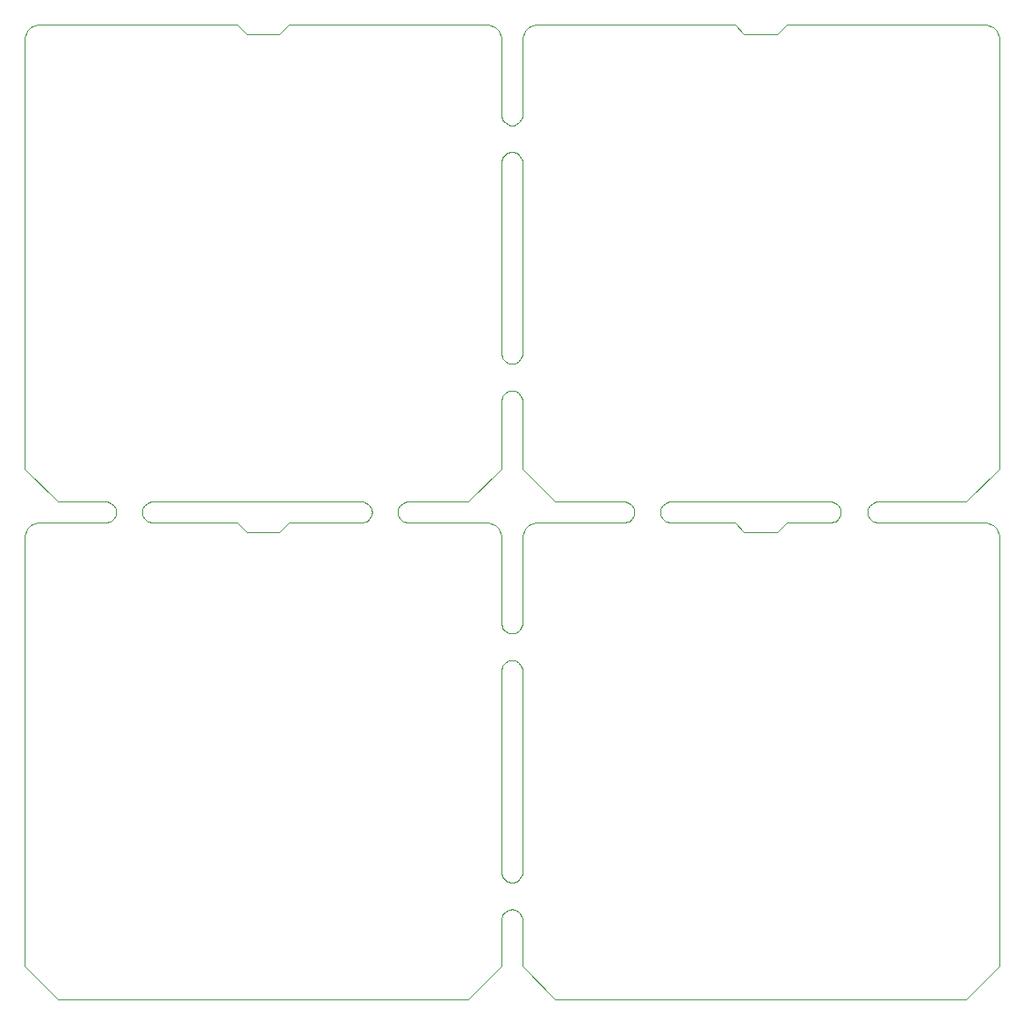
<source format=gko>
%MOIN*%
%OFA0B0*%
%FSLAX44Y44*%
%IPPOS*%
%LPD*%
%ADD10C,0*%
D10*
X00024530Y00018897D02*
X00024530Y00018897D01*
X00030593Y00018897D01*
X00030655Y00018892D01*
X00030715Y00018878D01*
X00030772Y00018854D01*
X00030825Y00018822D01*
X00030872Y00018782D01*
X00030912Y00018735D01*
X00030944Y00018682D01*
X00030968Y00018625D01*
X00030982Y00018565D01*
X00030987Y00018503D01*
X00030982Y00018442D01*
X00030968Y00018382D01*
X00030944Y00018325D01*
X00030912Y00018272D01*
X00030872Y00018225D01*
X00030825Y00018185D01*
X00030772Y00018153D01*
X00030715Y00018129D01*
X00030655Y00018115D01*
X00030593Y00018110D01*
X00030593Y00018110D01*
X00028937Y00018110D01*
X00028582Y00017755D01*
X00027322Y00017755D01*
X00026968Y00018110D01*
X00024562Y00018110D01*
X00024530Y00018110D01*
X00024468Y00018115D01*
X00024408Y00018129D01*
X00024351Y00018153D01*
X00024298Y00018185D01*
X00024251Y00018225D01*
X00024211Y00018272D01*
X00024179Y00018325D01*
X00024155Y00018382D01*
X00024141Y00018442D01*
X00024136Y00018503D01*
X00024141Y00018565D01*
X00024155Y00018625D01*
X00024179Y00018682D01*
X00024211Y00018735D01*
X00024251Y00018782D01*
X00024298Y00018822D01*
X00024351Y00018854D01*
X00024408Y00018878D01*
X00024468Y00018892D01*
X00024530Y00018897D01*
X00018110Y00024524D02*
X00018110Y00024524D01*
X00018110Y00031775D01*
X00018110Y00031775D01*
X00018115Y00031836D01*
X00018129Y00031896D01*
X00018153Y00031953D01*
X00018185Y00032006D01*
X00018225Y00032053D01*
X00018272Y00032093D01*
X00018325Y00032125D01*
X00018382Y00032149D01*
X00018442Y00032163D01*
X00018503Y00032168D01*
X00018565Y00032163D01*
X00018625Y00032149D01*
X00018682Y00032125D01*
X00018735Y00032093D01*
X00018782Y00032053D01*
X00018822Y00032006D01*
X00018854Y00031953D01*
X00018878Y00031896D01*
X00018892Y00031836D01*
X00018897Y00031775D01*
X00018897Y00024524D01*
X00018897Y00024524D01*
X00018892Y00024462D01*
X00018878Y00024402D01*
X00018854Y00024345D01*
X00018822Y00024292D01*
X00018782Y00024245D01*
X00018735Y00024205D01*
X00018682Y00024173D01*
X00018625Y00024149D01*
X00018565Y00024135D01*
X00018503Y00024130D01*
X00018442Y00024135D01*
X00018382Y00024149D01*
X00018325Y00024173D01*
X00018272Y00024205D01*
X00018225Y00024245D01*
X00018185Y00024292D01*
X00018153Y00024345D01*
X00018129Y00024402D01*
X00018115Y00024462D01*
X00018110Y00024524D01*
X00004858Y00018897D02*
X00004858Y00018897D01*
X00012757Y00018897D01*
X00012800Y00018897D01*
X00012861Y00018892D01*
X00012922Y00018878D01*
X00012979Y00018854D01*
X00013031Y00018822D01*
X00013078Y00018782D01*
X00013118Y00018735D01*
X00013151Y00018682D01*
X00013174Y00018625D01*
X00013189Y00018565D01*
X00013194Y00018503D01*
X00013189Y00018442D01*
X00013174Y00018382D01*
X00013151Y00018325D01*
X00013118Y00018272D01*
X00013078Y00018225D01*
X00013031Y00018185D01*
X00012979Y00018153D01*
X00012922Y00018129D01*
X00012861Y00018115D01*
X00012800Y00018110D01*
X00010039Y00018110D01*
X00009685Y00017755D01*
X00008425Y00017755D01*
X00008070Y00018110D01*
X00004891Y00018110D01*
X00004858Y00018110D01*
X00004797Y00018115D01*
X00004737Y00018129D01*
X00004680Y00018153D01*
X00004627Y00018185D01*
X00004580Y00018225D01*
X00004540Y00018272D01*
X00004508Y00018325D01*
X00004484Y00018382D01*
X00004470Y00018442D01*
X00004465Y00018503D01*
X00004470Y00018565D01*
X00004484Y00018625D01*
X00004508Y00018682D01*
X00004540Y00018735D01*
X00004580Y00018782D01*
X00004627Y00018822D01*
X00004680Y00018854D01*
X00004737Y00018878D01*
X00004797Y00018892D01*
X00004858Y00018897D01*
X00018110Y00014287D02*
X00018110Y00014287D01*
X00018110Y00017519D01*
X00018102Y00017612D01*
X00018081Y00017702D01*
X00018045Y00017787D01*
X00017997Y00017866D01*
X00017937Y00017937D01*
X00017866Y00017997D01*
X00017787Y00018045D01*
X00017702Y00018081D01*
X00017612Y00018102D01*
X00017519Y00018110D01*
X00014557Y00018110D01*
X00014496Y00018115D01*
X00014436Y00018129D01*
X00014379Y00018153D01*
X00014326Y00018185D01*
X00014279Y00018225D01*
X00014239Y00018272D01*
X00014207Y00018325D01*
X00014183Y00018382D01*
X00014169Y00018442D01*
X00014164Y00018503D01*
X00014169Y00018565D01*
X00014183Y00018625D01*
X00014207Y00018682D01*
X00014239Y00018735D01*
X00014279Y00018782D01*
X00014326Y00018822D01*
X00014379Y00018854D01*
X00014436Y00018878D01*
X00014496Y00018892D01*
X00014557Y00018897D01*
X00014601Y00018897D01*
X00016850Y00018897D01*
X00018110Y00020157D01*
X00018110Y00022719D01*
X00018115Y00022781D01*
X00018129Y00022841D01*
X00018153Y00022898D01*
X00018185Y00022951D01*
X00018225Y00022998D01*
X00018272Y00023038D01*
X00018325Y00023070D01*
X00018382Y00023094D01*
X00018442Y00023108D01*
X00018503Y00023113D01*
X00018565Y00023108D01*
X00018625Y00023094D01*
X00018682Y00023070D01*
X00018735Y00023038D01*
X00018782Y00022998D01*
X00018822Y00022951D01*
X00018854Y00022898D01*
X00018878Y00022841D01*
X00018892Y00022781D01*
X00018897Y00022719D01*
X00018897Y00022719D01*
X00018897Y00020157D01*
X00020157Y00018897D01*
X00022760Y00018897D01*
X00022822Y00018892D01*
X00022882Y00018878D01*
X00022939Y00018854D01*
X00022992Y00018822D01*
X00023039Y00018782D01*
X00023079Y00018735D01*
X00023111Y00018682D01*
X00023135Y00018625D01*
X00023149Y00018565D01*
X00023154Y00018503D01*
X00023149Y00018442D01*
X00023135Y00018382D01*
X00023111Y00018325D01*
X00023079Y00018272D01*
X00023039Y00018225D01*
X00022992Y00018185D01*
X00022939Y00018153D01*
X00022882Y00018129D01*
X00022822Y00018115D01*
X00022760Y00018110D01*
X00022727Y00018110D01*
X00019488Y00018110D01*
X00019395Y00018102D01*
X00019305Y00018081D01*
X00019220Y00018045D01*
X00019141Y00017997D01*
X00019070Y00017937D01*
X00019010Y00017866D01*
X00018962Y00017787D01*
X00018926Y00017702D01*
X00018904Y00017612D01*
X00018897Y00017519D01*
X00018897Y00014287D01*
X00018897Y00014287D01*
X00018892Y00014226D01*
X00018878Y00014166D01*
X00018854Y00014109D01*
X00018822Y00014056D01*
X00018782Y00014009D01*
X00018735Y00013969D01*
X00018682Y00013937D01*
X00018625Y00013913D01*
X00018565Y00013899D01*
X00018503Y00013894D01*
X00018442Y00013899D01*
X00018382Y00013913D01*
X00018325Y00013937D01*
X00018272Y00013969D01*
X00018225Y00014009D01*
X00018185Y00014056D01*
X00018153Y00014109D01*
X00018129Y00014166D01*
X00018115Y00014226D01*
X00018110Y00014287D01*
X00018110Y00012483D02*
X00018110Y00012483D01*
X00018115Y00012545D01*
X00018129Y00012605D01*
X00018153Y00012662D01*
X00018185Y00012715D01*
X00018225Y00012762D01*
X00018272Y00012802D01*
X00018325Y00012834D01*
X00018382Y00012858D01*
X00018442Y00012872D01*
X00018503Y00012877D01*
X00018565Y00012872D01*
X00018625Y00012858D01*
X00018682Y00012834D01*
X00018735Y00012802D01*
X00018782Y00012762D01*
X00018822Y00012715D01*
X00018854Y00012662D01*
X00018878Y00012605D01*
X00018892Y00012545D01*
X00018897Y00012483D01*
X00018897Y00012483D01*
X00018897Y00004839D01*
X00018897Y00004839D01*
X00018892Y00004777D01*
X00018878Y00004717D01*
X00018854Y00004660D01*
X00018822Y00004607D01*
X00018782Y00004560D01*
X00018735Y00004520D01*
X00018682Y00004488D01*
X00018625Y00004464D01*
X00018565Y00004450D01*
X00018503Y00004445D01*
X00018442Y00004450D01*
X00018382Y00004464D01*
X00018325Y00004488D01*
X00018272Y00004520D01*
X00018225Y00004560D01*
X00018185Y00004607D01*
X00018153Y00004660D01*
X00018129Y00004717D01*
X00018115Y00004777D01*
X00018110Y00004839D01*
X00018110Y00012483D01*
X00003089Y00018897D02*
X00003089Y00018897D01*
X00003150Y00018892D01*
X00003210Y00018878D01*
X00003268Y00018854D01*
X00003320Y00018822D01*
X00003367Y00018782D01*
X00003407Y00018735D01*
X00003440Y00018682D01*
X00003463Y00018625D01*
X00003478Y00018565D01*
X00003482Y00018503D01*
X00003478Y00018442D01*
X00003463Y00018382D01*
X00003440Y00018325D01*
X00003407Y00018272D01*
X00003367Y00018225D01*
X00003320Y00018185D01*
X00003268Y00018153D01*
X00003210Y00018129D01*
X00003150Y00018115D01*
X00003089Y00018110D01*
X00003056Y00018110D01*
X00000590Y00018110D01*
X00000498Y00018102D01*
X00000408Y00018081D01*
X00000322Y00018045D01*
X00000243Y00017997D01*
X00000172Y00017937D01*
X00000112Y00017866D01*
X00000064Y00017787D01*
X00000028Y00017702D01*
X00000007Y00017612D01*
X00000000Y00017519D01*
X00000000Y00001259D01*
X00001259Y00000000D01*
X00016850Y00000000D01*
X00018110Y00001259D01*
X00018110Y00003034D01*
X00018115Y00003096D01*
X00018129Y00003156D01*
X00018153Y00003213D01*
X00018185Y00003266D01*
X00018225Y00003313D01*
X00018272Y00003353D01*
X00018325Y00003385D01*
X00018382Y00003409D01*
X00018442Y00003423D01*
X00018503Y00003428D01*
X00018565Y00003423D01*
X00018625Y00003409D01*
X00018682Y00003385D01*
X00018735Y00003353D01*
X00018782Y00003313D01*
X00018822Y00003266D01*
X00018854Y00003213D01*
X00018878Y00003156D01*
X00018892Y00003096D01*
X00018897Y00003034D01*
X00018897Y00003034D01*
X00018897Y00001259D01*
X00020157Y00000000D01*
X00035748Y00000000D01*
X00037007Y00001259D01*
X00037007Y00017519D01*
X00037000Y00017612D01*
X00036978Y00017702D01*
X00036943Y00017787D01*
X00036895Y00017866D01*
X00036834Y00017937D01*
X00036764Y00017997D01*
X00036685Y00018045D01*
X00036599Y00018081D01*
X00036509Y00018102D01*
X00036417Y00018110D01*
X00032398Y00018110D01*
X00032398Y00018110D01*
X00032336Y00018115D01*
X00032276Y00018129D01*
X00032219Y00018153D01*
X00032166Y00018185D01*
X00032119Y00018225D01*
X00032079Y00018272D01*
X00032047Y00018325D01*
X00032023Y00018382D01*
X00032009Y00018442D01*
X00032004Y00018503D01*
X00032009Y00018565D01*
X00032023Y00018625D01*
X00032047Y00018682D01*
X00032079Y00018735D01*
X00032119Y00018782D01*
X00032166Y00018822D01*
X00032219Y00018854D01*
X00032276Y00018878D01*
X00032336Y00018892D01*
X00032398Y00018897D01*
X00035748Y00018897D01*
X00037007Y00020157D01*
X00037007Y00036417D01*
X00037000Y00036509D01*
X00036978Y00036599D01*
X00036943Y00036685D01*
X00036895Y00036764D01*
X00036834Y00036834D01*
X00036764Y00036895D01*
X00036685Y00036943D01*
X00036599Y00036978D01*
X00036509Y00037000D01*
X00036417Y00037007D01*
X00028937Y00037007D01*
X00028582Y00036653D01*
X00027322Y00036653D01*
X00026968Y00037007D01*
X00019488Y00037007D01*
X00019395Y00037000D01*
X00019305Y00036978D01*
X00019220Y00036943D01*
X00019141Y00036895D01*
X00019070Y00036834D01*
X00019010Y00036764D01*
X00018962Y00036685D01*
X00018926Y00036599D01*
X00018904Y00036509D01*
X00018897Y00036417D01*
X00018897Y00033579D01*
X00018892Y00033517D01*
X00018878Y00033457D01*
X00018854Y00033400D01*
X00018822Y00033347D01*
X00018782Y00033300D01*
X00018735Y00033260D01*
X00018682Y00033228D01*
X00018625Y00033204D01*
X00018565Y00033190D01*
X00018503Y00033185D01*
X00018442Y00033190D01*
X00018382Y00033204D01*
X00018325Y00033228D01*
X00018272Y00033260D01*
X00018225Y00033300D01*
X00018185Y00033347D01*
X00018153Y00033400D01*
X00018129Y00033457D01*
X00018115Y00033517D01*
X00018110Y00033579D01*
X00018110Y00036417D01*
X00018102Y00036509D01*
X00018081Y00036599D01*
X00018045Y00036685D01*
X00017997Y00036764D01*
X00017937Y00036834D01*
X00017866Y00036895D01*
X00017787Y00036943D01*
X00017702Y00036978D01*
X00017612Y00037000D01*
X00017519Y00037007D01*
X00010039Y00037007D01*
X00009685Y00036653D01*
X00008425Y00036653D01*
X00008070Y00037007D01*
X00000590Y00037007D01*
X00000498Y00037000D01*
X00000408Y00036978D01*
X00000322Y00036943D01*
X00000243Y00036895D01*
X00000172Y00036834D01*
X00000112Y00036764D01*
X00000064Y00036685D01*
X00000028Y00036599D01*
X00000007Y00036509D01*
X00000000Y00036417D01*
X00000000Y00020157D01*
X00001259Y00018897D01*
X00003089Y00018897D01*
M02*
</source>
